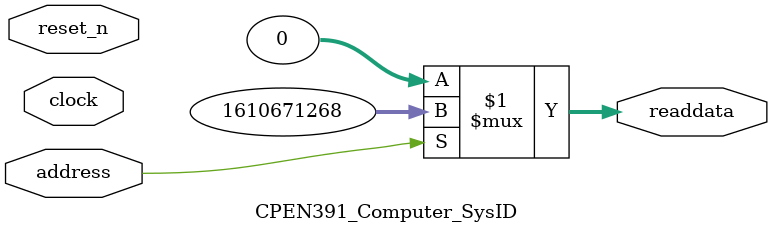
<source format=v>



// synthesis translate_off
`timescale 1ns / 1ps
// synthesis translate_on

// turn off superfluous verilog processor warnings 
// altera message_level Level1 
// altera message_off 10034 10035 10036 10037 10230 10240 10030 

module CPEN391_Computer_SysID (
               // inputs:
                address,
                clock,
                reset_n,

               // outputs:
                readdata
             )
;

  output  [ 31: 0] readdata;
  input            address;
  input            clock;
  input            reset_n;

  wire    [ 31: 0] readdata;
  //control_slave, which is an e_avalon_slave
  assign readdata = address ? 1610671268 : 0;

endmodule



</source>
